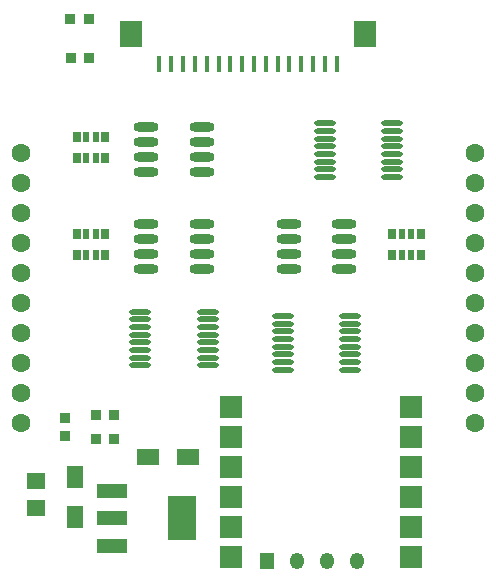
<source format=gts>
G04*
G04 #@! TF.GenerationSoftware,Altium Limited,Altium Designer,22.11.1 (43)*
G04*
G04 Layer_Color=8388736*
%FSLAX25Y25*%
%MOIN*%
G70*
G04*
G04 #@! TF.SameCoordinates,D2032E32-7B9E-4814-9484-8CEA1A25EAEB*
G04*
G04*
G04 #@! TF.FilePolarity,Negative*
G04*
G01*
G75*
%ADD33R,0.10243X0.04731*%
%ADD34R,0.09613X0.14573*%
%ADD35R,0.07800X0.07800*%
%ADD36R,0.02959X0.03550*%
%ADD37R,0.02368X0.03550*%
%ADD38R,0.03575X0.03802*%
%ADD39O,0.07217X0.01750*%
%ADD40R,0.07480X0.09055*%
%ADD41R,0.01575X0.05315*%
%ADD42O,0.08280X0.03162*%
%ADD43R,0.03802X0.03575*%
%ADD44R,0.03550X0.03550*%
%ADD45R,0.05502X0.07319*%
%ADD46R,0.07319X0.05502*%
%ADD47R,0.06306X0.05656*%
%ADD48O,0.04737X0.05524*%
%ADD49R,0.04737X0.05524*%
%ADD50C,0.06299*%
D33*
X37307Y30555D02*
D03*
Y21500D02*
D03*
Y12445D02*
D03*
D34*
X60693Y21500D02*
D03*
D35*
X77000Y18500D02*
D03*
Y28500D02*
D03*
Y38500D02*
D03*
Y48500D02*
D03*
X137000D02*
D03*
Y38500D02*
D03*
Y28500D02*
D03*
Y18500D02*
D03*
Y8500D02*
D03*
Y58500D02*
D03*
X77000Y8500D02*
D03*
Y58500D02*
D03*
D36*
X35000Y116301D02*
D03*
Y109214D02*
D03*
X25552Y116301D02*
D03*
Y109214D02*
D03*
X35000Y148801D02*
D03*
Y141714D02*
D03*
X25552Y148801D02*
D03*
Y141714D02*
D03*
X130776Y109293D02*
D03*
Y116380D02*
D03*
X140224Y109293D02*
D03*
Y116380D02*
D03*
D37*
X31851Y116301D02*
D03*
Y109214D02*
D03*
X28701Y116301D02*
D03*
Y109214D02*
D03*
X31851Y148801D02*
D03*
Y141714D02*
D03*
X28701Y148801D02*
D03*
Y141714D02*
D03*
X133925Y109293D02*
D03*
Y116380D02*
D03*
X137075Y109293D02*
D03*
Y116380D02*
D03*
D38*
X32068Y48000D02*
D03*
X38000D02*
D03*
X23568Y175000D02*
D03*
X29500D02*
D03*
X38000Y56000D02*
D03*
X32068D02*
D03*
D39*
X130782Y135264D02*
D03*
Y137823D02*
D03*
Y140382D02*
D03*
Y142941D02*
D03*
Y145500D02*
D03*
Y148060D02*
D03*
Y150619D02*
D03*
Y153178D02*
D03*
X108218Y135264D02*
D03*
Y137823D02*
D03*
Y140382D02*
D03*
Y142941D02*
D03*
Y145500D02*
D03*
Y148060D02*
D03*
Y150619D02*
D03*
Y153178D02*
D03*
X116782Y71043D02*
D03*
Y73602D02*
D03*
Y76161D02*
D03*
Y78720D02*
D03*
Y81279D02*
D03*
Y83839D02*
D03*
Y86398D02*
D03*
Y88957D02*
D03*
X94217Y71043D02*
D03*
Y73602D02*
D03*
Y76161D02*
D03*
Y78720D02*
D03*
Y81279D02*
D03*
Y83839D02*
D03*
Y86398D02*
D03*
Y88957D02*
D03*
X69283Y72543D02*
D03*
Y75102D02*
D03*
Y77661D02*
D03*
Y80220D02*
D03*
Y82779D02*
D03*
Y85339D02*
D03*
Y87898D02*
D03*
Y90457D02*
D03*
X46718Y72543D02*
D03*
Y75102D02*
D03*
Y77661D02*
D03*
Y80220D02*
D03*
Y82779D02*
D03*
Y85339D02*
D03*
Y87898D02*
D03*
Y90457D02*
D03*
D40*
X121654Y182970D02*
D03*
X43701D02*
D03*
D41*
X112205Y173029D02*
D03*
X108268D02*
D03*
X104331D02*
D03*
X100394D02*
D03*
X96457D02*
D03*
X92520D02*
D03*
X88583D02*
D03*
X84646D02*
D03*
X80709D02*
D03*
X76772D02*
D03*
X72835D02*
D03*
X68898D02*
D03*
X64961D02*
D03*
X61024D02*
D03*
X57087D02*
D03*
X53150D02*
D03*
D42*
X96248Y119500D02*
D03*
Y114500D02*
D03*
Y109500D02*
D03*
Y104500D02*
D03*
X114752Y119500D02*
D03*
Y114500D02*
D03*
Y109500D02*
D03*
Y104500D02*
D03*
X48748Y152000D02*
D03*
Y147000D02*
D03*
Y142000D02*
D03*
Y137000D02*
D03*
X67252Y152000D02*
D03*
Y147000D02*
D03*
Y142000D02*
D03*
Y137000D02*
D03*
Y104500D02*
D03*
Y109500D02*
D03*
Y114500D02*
D03*
Y119500D02*
D03*
X48748Y104500D02*
D03*
Y109500D02*
D03*
Y114500D02*
D03*
Y119500D02*
D03*
D43*
X21500Y55000D02*
D03*
Y49068D02*
D03*
D44*
X23352Y187987D02*
D03*
X29647Y188014D02*
D03*
D45*
X25000Y21861D02*
D03*
Y35139D02*
D03*
D46*
X62639Y42000D02*
D03*
X49361D02*
D03*
D47*
X12000Y33996D02*
D03*
Y25000D02*
D03*
D48*
X119063Y7463D02*
D03*
X109063D02*
D03*
X99063D02*
D03*
D49*
X89063D02*
D03*
D50*
X158268Y143425D02*
D03*
Y133425D02*
D03*
Y123425D02*
D03*
Y113425D02*
D03*
Y103425D02*
D03*
Y93425D02*
D03*
Y83425D02*
D03*
Y73425D02*
D03*
Y63425D02*
D03*
Y53425D02*
D03*
X7087Y143425D02*
D03*
Y133425D02*
D03*
Y123425D02*
D03*
Y113425D02*
D03*
Y103425D02*
D03*
Y93425D02*
D03*
Y83425D02*
D03*
Y73425D02*
D03*
Y63425D02*
D03*
Y53425D02*
D03*
M02*

</source>
